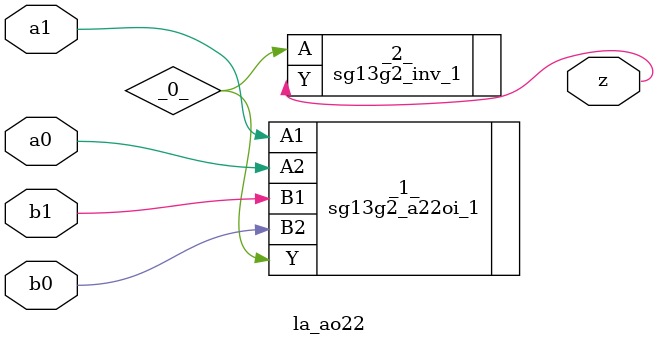
<source format=v>

/* Generated by Yosys 0.44 (git sha1 80ba43d26, g++ 11.4.0-1ubuntu1~22.04 -fPIC -O3) */

(* top =  1  *)
(* src = "generated" *)
module la_ao22 (
    a0,
    a1,
    b0,
    b1,
    z
);
  wire _0_;
  (* src = "generated" *)
  input a0;
  wire a0;
  (* src = "generated" *)
  input a1;
  wire a1;
  (* src = "generated" *)
  input b0;
  wire b0;
  (* src = "generated" *)
  input b1;
  wire b1;
  (* src = "generated" *)
  output z;
  wire z;
  sg13g2_a22oi_1 _1_ (
      .A1(a1),
      .A2(a0),
      .B1(b1),
      .B2(b0),
      .Y (_0_)
  );
  sg13g2_inv_1 _2_ (
      .A(_0_),
      .Y(z)
  );
endmodule

</source>
